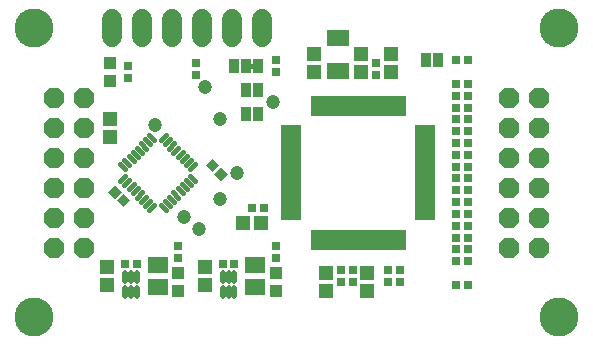
<source format=gbr>
G04 EAGLE Gerber RS-274X export*
G75*
%MOMM*%
%FSLAX34Y34*%
%LPD*%
%INSoldermask Top*%
%IPPOS*%
%AMOC8*
5,1,8,0,0,1.08239X$1,22.5*%
G01*
%ADD10C,3.303200*%
%ADD11R,0.803200X0.803200*%
%ADD12R,1.953200X1.453200*%
%ADD13R,1.203200X1.203200*%
%ADD14R,1.762000X0.483200*%
%ADD15R,0.483200X1.762000*%
%ADD16P,1.869504X8X292.500000*%
%ADD17P,1.869504X8X112.500000*%
%ADD18C,0.473200*%
%ADD19R,1.703200X1.453200*%
%ADD20C,0.453200*%
%ADD21C,1.727200*%
%ADD22R,0.803200X0.803200*%
%ADD23R,1.003200X1.003200*%
%ADD24R,0.953200X1.203200*%
%ADD25C,1.203200*%

G36*
X214550Y228107D02*
X214550Y228107D01*
X214616Y228109D01*
X214659Y228127D01*
X214706Y228135D01*
X214763Y228169D01*
X214823Y228194D01*
X214858Y228225D01*
X214899Y228250D01*
X214941Y228301D01*
X214989Y228345D01*
X215011Y228387D01*
X215040Y228424D01*
X215061Y228486D01*
X215092Y228545D01*
X215100Y228599D01*
X215112Y228636D01*
X215111Y228676D01*
X215119Y228730D01*
X215119Y231270D01*
X215108Y231335D01*
X215106Y231401D01*
X215088Y231444D01*
X215080Y231491D01*
X215046Y231548D01*
X215021Y231608D01*
X214990Y231643D01*
X214965Y231684D01*
X214914Y231726D01*
X214870Y231774D01*
X214828Y231796D01*
X214791Y231825D01*
X214729Y231846D01*
X214670Y231877D01*
X214616Y231885D01*
X214579Y231897D01*
X214539Y231896D01*
X214485Y231904D01*
X210675Y231904D01*
X210610Y231893D01*
X210544Y231891D01*
X210501Y231873D01*
X210454Y231865D01*
X210397Y231831D01*
X210337Y231806D01*
X210302Y231775D01*
X210261Y231750D01*
X210220Y231699D01*
X210171Y231655D01*
X210149Y231613D01*
X210120Y231576D01*
X210099Y231514D01*
X210068Y231455D01*
X210060Y231401D01*
X210048Y231364D01*
X210048Y231361D01*
X210049Y231324D01*
X210041Y231270D01*
X210041Y228730D01*
X210052Y228665D01*
X210054Y228599D01*
X210072Y228556D01*
X210080Y228509D01*
X210114Y228452D01*
X210139Y228392D01*
X210170Y228357D01*
X210195Y228316D01*
X210246Y228275D01*
X210290Y228226D01*
X210332Y228204D01*
X210369Y228175D01*
X210431Y228154D01*
X210490Y228123D01*
X210544Y228115D01*
X210581Y228103D01*
X210621Y228104D01*
X210675Y228096D01*
X214485Y228096D01*
X214550Y228107D01*
G37*
D10*
X27500Y262500D03*
X27500Y17500D03*
X472500Y17500D03*
X472500Y262500D03*
D11*
X385000Y205000D03*
X395000Y205000D03*
D12*
X285000Y226000D03*
X285000Y254000D03*
D13*
X265000Y225000D03*
X265000Y240000D03*
X310000Y55000D03*
X310000Y40000D03*
D11*
X297500Y57500D03*
X297500Y47500D03*
D13*
X305000Y225000D03*
X305000Y240000D03*
D11*
X317500Y222500D03*
X317500Y232500D03*
D13*
X330000Y225000D03*
X330000Y240000D03*
X220000Y97500D03*
X205000Y97500D03*
D11*
X222500Y110000D03*
X212500Y110000D03*
D13*
X275000Y55000D03*
X275000Y40000D03*
D11*
X385000Y185000D03*
X395000Y185000D03*
X287500Y57500D03*
X287500Y47500D03*
X385000Y165000D03*
X395000Y165000D03*
X385000Y145000D03*
X395000Y145000D03*
X385000Y125000D03*
X395000Y125000D03*
X385000Y105000D03*
X395000Y105000D03*
X385000Y85000D03*
X395000Y85000D03*
X385000Y65000D03*
X395000Y65000D03*
X337500Y57500D03*
X337500Y47500D03*
D14*
X359283Y102500D03*
X359283Y107500D03*
X359283Y112500D03*
X359283Y117500D03*
X359283Y122500D03*
X359283Y127500D03*
X359283Y132500D03*
X359283Y137500D03*
X359283Y142500D03*
X359283Y147500D03*
X359283Y152500D03*
X359283Y157500D03*
X359283Y162500D03*
X359283Y167500D03*
X359283Y172500D03*
X359283Y177500D03*
D15*
X340000Y196783D03*
X335000Y196783D03*
X330000Y196783D03*
X325000Y196783D03*
X320000Y196783D03*
X315000Y196783D03*
X310000Y196783D03*
X305000Y196783D03*
X300000Y196783D03*
X295000Y196783D03*
X290000Y196783D03*
X285000Y196783D03*
X280000Y196783D03*
X275000Y196783D03*
X270000Y196783D03*
X265000Y196783D03*
D14*
X245717Y177500D03*
X245717Y172500D03*
X245717Y167500D03*
X245717Y162500D03*
X245717Y157500D03*
X245717Y152500D03*
X245717Y147500D03*
X245717Y142500D03*
X245717Y137500D03*
X245717Y132500D03*
X245717Y127500D03*
X245717Y122500D03*
X245717Y117500D03*
X245717Y112500D03*
X245717Y107500D03*
X245717Y102500D03*
D15*
X265000Y83217D03*
X270000Y83217D03*
X275000Y83217D03*
X280000Y83217D03*
X285000Y83217D03*
X290000Y83217D03*
X295000Y83217D03*
X300000Y83217D03*
X305000Y83217D03*
X310000Y83217D03*
X315000Y83217D03*
X320000Y83217D03*
X325000Y83217D03*
X330000Y83217D03*
X335000Y83217D03*
X340000Y83217D03*
D11*
X385000Y215000D03*
X395000Y215000D03*
X385000Y45000D03*
X395000Y45000D03*
X327500Y47500D03*
X327500Y57500D03*
X232500Y225000D03*
X232500Y235000D03*
X385000Y195000D03*
X395000Y195000D03*
X385000Y175000D03*
X395000Y175000D03*
X385000Y155000D03*
X395000Y155000D03*
X385000Y135000D03*
X395000Y135000D03*
X385000Y115000D03*
X395000Y115000D03*
X385000Y95000D03*
X395000Y95000D03*
X385000Y75000D03*
X395000Y75000D03*
X385000Y235000D03*
X395000Y235000D03*
D16*
X455650Y203500D03*
X455650Y178100D03*
X455650Y152700D03*
X455650Y127300D03*
X455650Y101900D03*
X455650Y76500D03*
X430250Y203500D03*
X430250Y178100D03*
X430250Y152700D03*
X430250Y127300D03*
X430250Y101900D03*
X430250Y76500D03*
D17*
X44350Y76500D03*
X44350Y101900D03*
X44350Y127300D03*
X44350Y152700D03*
X44350Y178100D03*
X44350Y203500D03*
X69750Y76500D03*
X69750Y101900D03*
X69750Y127300D03*
X69750Y152700D03*
X69750Y178100D03*
X69750Y203500D03*
D18*
X197500Y54650D02*
X197500Y48000D01*
X192500Y48000D02*
X192500Y54650D01*
X187500Y54650D02*
X187500Y48000D01*
X187500Y42000D02*
X187500Y35350D01*
X192500Y35350D02*
X192500Y42000D01*
X197500Y42000D02*
X197500Y35350D01*
X115000Y48000D02*
X115000Y54650D01*
X110000Y54650D02*
X110000Y48000D01*
X105000Y48000D02*
X105000Y54650D01*
X105000Y42000D02*
X105000Y35350D01*
X110000Y35350D02*
X110000Y42000D01*
X115000Y42000D02*
X115000Y35350D01*
D19*
X215000Y62000D03*
X215000Y43000D03*
X132500Y62000D03*
X132500Y43000D03*
D13*
X90000Y45000D03*
X90000Y60000D03*
X172500Y45000D03*
X172500Y60000D03*
D11*
X197500Y62500D03*
X187500Y62500D03*
X115000Y62500D03*
X105000Y62500D03*
D20*
X100754Y133003D02*
X105066Y137315D01*
X108602Y133780D02*
X104290Y129468D01*
X107825Y125932D02*
X112137Y130244D01*
X115673Y126709D02*
X111361Y122397D01*
X114897Y118861D02*
X119209Y123173D01*
X122744Y119637D02*
X118432Y115325D01*
X121968Y111790D02*
X126280Y116102D01*
X129815Y112566D02*
X125503Y108254D01*
X135185Y112566D02*
X139497Y108254D01*
X143032Y111790D02*
X138720Y116102D01*
X142256Y119637D02*
X146568Y115325D01*
X150103Y118861D02*
X145791Y123173D01*
X149327Y126709D02*
X153639Y122397D01*
X157175Y125932D02*
X152863Y130244D01*
X156398Y133780D02*
X160710Y129468D01*
X164246Y133003D02*
X159934Y137315D01*
X159934Y142685D02*
X164246Y146997D01*
X160710Y150532D02*
X156398Y146220D01*
X152863Y149756D02*
X157175Y154068D01*
X153639Y157603D02*
X149327Y153291D01*
X145791Y156827D02*
X150103Y161139D01*
X146568Y164675D02*
X142256Y160363D01*
X138720Y163898D02*
X143032Y168210D01*
X139497Y171746D02*
X135185Y167434D01*
X129815Y167434D02*
X125503Y171746D01*
X121968Y168210D02*
X126280Y163898D01*
X122744Y160363D02*
X118432Y164675D01*
X114897Y161139D02*
X119209Y156827D01*
X115673Y153291D02*
X111361Y157603D01*
X107825Y154068D02*
X112137Y149756D01*
X108602Y146220D02*
X104290Y150532D01*
X100754Y146997D02*
X105066Y142685D01*
D21*
X94000Y254880D02*
X94000Y270120D01*
X119400Y270120D02*
X119400Y254880D01*
X144800Y254880D02*
X144800Y270120D01*
X170200Y270120D02*
X170200Y254880D01*
X195600Y254880D02*
X195600Y270120D01*
X221000Y270120D02*
X221000Y254880D01*
D22*
G36*
X96464Y129215D02*
X102143Y123536D01*
X96464Y117857D01*
X90785Y123536D01*
X96464Y129215D01*
G37*
G36*
X103536Y110785D02*
X97857Y116464D01*
X103536Y122143D01*
X109215Y116464D01*
X103536Y110785D01*
G37*
D23*
X232500Y40000D03*
X232500Y55000D03*
X150000Y40000D03*
X150000Y55000D03*
X92500Y217500D03*
X92500Y232500D03*
D24*
X360000Y235000D03*
X370000Y235000D03*
D11*
X150000Y67500D03*
X150000Y77500D03*
X232500Y67500D03*
X232500Y77500D03*
X107500Y230000D03*
X107500Y220000D03*
D13*
X92500Y170000D03*
X92500Y185000D03*
D22*
G36*
X178964Y151715D02*
X184643Y146036D01*
X178964Y140357D01*
X173285Y146036D01*
X178964Y151715D01*
G37*
G36*
X186036Y133285D02*
X180357Y138964D01*
X186036Y144643D01*
X191715Y138964D01*
X186036Y133285D01*
G37*
D24*
X197340Y230000D03*
X207500Y230000D03*
X217660Y230000D03*
X217500Y190000D03*
X207500Y190000D03*
X217500Y210000D03*
X207500Y210000D03*
D11*
X165000Y232500D03*
X165000Y222500D03*
D25*
X172500Y212500D03*
X130000Y180000D03*
X185000Y185000D03*
X167500Y92500D03*
X155000Y102500D03*
X185000Y117500D03*
X230000Y200000D03*
X200000Y140000D03*
M02*

</source>
